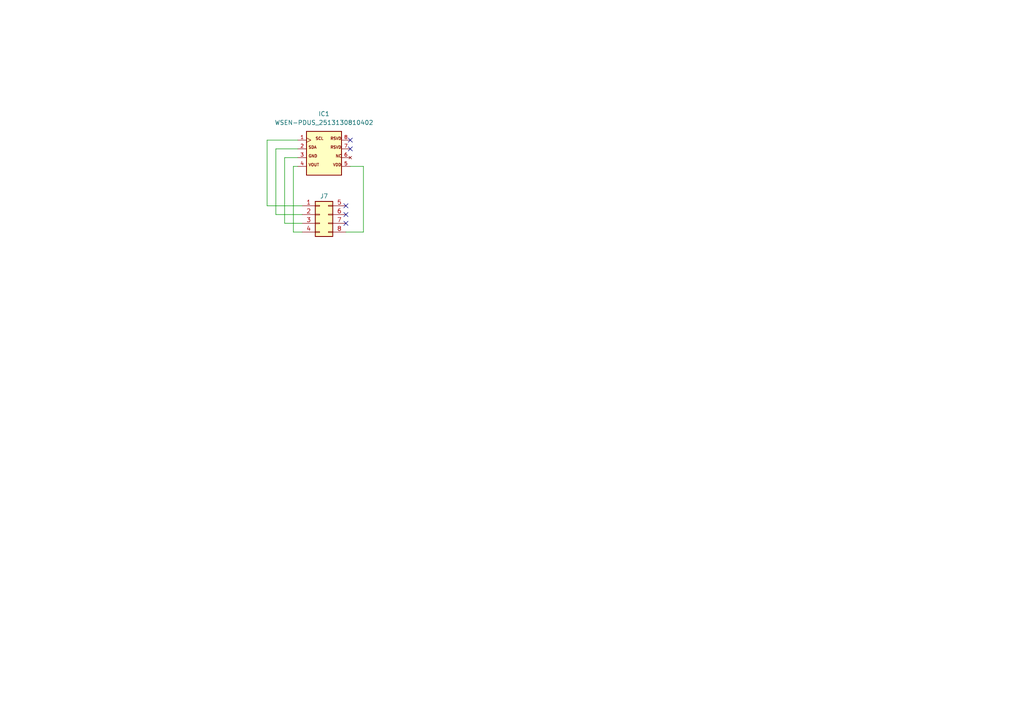
<source format=kicad_sch>
(kicad_sch (version 20250114) (generator "eeschema") (generator_version "9.0")
  (paper "A4")
  (lib_symbols
    (symbol "Connector_Generic:Conn_02x04_Top_Bottom" (pin_names (offset 1.016) (hide yes))
      (property "Reference" "J" (at 1.27 5.08 0))
      (property "Value" "Conn_02x04_Top_Bottom" (at 1.27 -7.62 0))
      (symbol "Conn_02x04_Top_Bottom_1_1"
        (rectangle (start -1.27 3.81) (end 3.81 -6.35) (stroke (width 0.254)) (fill (type background)))
        (rectangle (start -1.27 2.667) (end 0 2.413) (stroke (width 0.1524)))
        (rectangle (start -1.27 0.127) (end 0 -0.127) (stroke (width 0.1524)))
        (rectangle (start -1.27 -2.413) (end 0 -2.667) (stroke (width 0.1524)))
        (rectangle (start -1.27 -4.953) (end 0 -5.207) (stroke (width 0.1524)))
        (rectangle (start 3.81 2.667) (end 2.54 2.413) (stroke (width 0.1524)))
        (rectangle (start 3.81 0.127) (end 2.54 -0.127) (stroke (width 0.1524)))
        (rectangle (start 3.81 -2.413) (end 2.54 -2.667) (stroke (width 0.1524)))
        (rectangle (start 3.81 -4.953) (end 2.54 -5.207) (stroke (width 0.1524)))
        (pin passive line (at -5.08 2.54 0) (length 3.81) (name "Pin_1") (number "1"))
        (pin passive line (at -5.08 0 0) (length 3.81) (name "Pin_2") (number "2"))
        (pin passive line (at -5.08 -2.54 0) (length 3.81) (name "Pin_3") (number "3"))
        (pin passive line (at -5.08 -5.08 0) (length 3.81) (name "Pin_4") (number "4"))
        (pin passive line (at 7.62 2.54 180) (length 3.81) (name "Pin_5") (number "5"))
        (pin passive line (at 7.62 0 180) (length 3.81) (name "Pin_6") (number "6"))
        (pin passive line (at 7.62 -2.54 180) (length 3.81) (name "Pin_7") (number "7"))
        (pin passive line (at 7.62 -5.08 180) (length 3.81) (name "Pin_8") (number "8"))
      )
    )
    (symbol "fancyfins:WSEN-PDUS_2513130810402" (pin_names (offset 1.016))
      (property "Reference" "IC" (at -5.08 8.128 0))
      (property "Value" "WSEN-PDUS_2513130810402" (at -5.08 -7.62 0))
      (symbol "WSEN-PDUS_2513130810402_0_0"
        (rectangle (start -5.08 -5.08) (end 5.08 7.62) (stroke (width 0.254)) (fill (type background)))
        (text "SDA" (at -4.572 2.54 0) (effects (font (size 0.8128 0.8128)) (justify left bottom)))
        (text "GND" (at -4.572 0 0) (effects (font (size 0.8128 0.8128)) (justify left bottom)))
        (text "VOUT" (at -4.572 -2.54 0) (effects (font (size 0.8128 0.8128)) (justify left bottom)))
        (text "SCL" (at -2.54 5.08 0) (effects (font (size 0.8128 0.8128)) (justify left bottom)))
        (text "RSVD" (at 1.778 5.08 0) (effects (font (size 0.8128 0.8128)) (justify left bottom)))
        (text "RSVD" (at 1.778 2.54 0) (effects (font (size 0.8128 0.8128)) (justify left bottom)))
        (text "VDD" (at 2.54 -2.54 0) (effects (font (size 0.8128 0.8128)) (justify left bottom)))
        (text "NC" (at 3.302 0 0) (effects (font (size 0.8128 0.8128)) (justify left bottom)))
        (pin input clock (at -7.62 5.08 0) (length 2.54) (name "~") (number "1"))
        (pin bidirectional line (at -7.62 2.54 0) (length 2.54) (name "~") (number "2"))
        (pin power_in line (at -7.62 0 0) (length 2.54) (name "~") (number "3"))
        (pin output line (at -7.62 -2.54 0) (length 2.54) (name "~") (number "4"))
        (pin bidirectional line (at 7.62 5.08 180) (length 2.54) (name "~") (number "8"))
        (pin bidirectional line (at 7.62 2.54 180) (length 2.54) (name "~") (number "7"))
        (pin no_connect line (at 7.62 0 180) (length 2.54) (name "~") (number "6"))
        (pin power_in line (at 7.62 -2.54 180) (length 2.54) (name "~") (number "5"))
      )
    )
  )
  (no_connect (at 101.6 43.18))
  (no_connect (at 100.33 62.23))
  (no_connect (at 101.6 40.64))
  (no_connect (at 100.33 64.77))
  (no_connect (at 100.33 59.69))
  (wire (pts (xy 101.6 48.26) (xy 105.41 48.26)))
  (wire (pts (xy 86.36 43.18) (xy 80.01 43.18)))
  (wire (pts (xy 85.09 48.26) (xy 85.09 67.31)))
  (wire (pts (xy 86.36 48.26) (xy 85.09 48.26)))
  (wire (pts (xy 87.63 64.77) (xy 82.55 64.77)))
  (wire (pts (xy 77.47 59.69) (xy 87.63 59.69)))
  (wire (pts (xy 85.09 67.31) (xy 87.63 67.31)))
  (wire (pts (xy 80.01 43.18) (xy 80.01 62.23)))
  (wire (pts (xy 86.36 40.64) (xy 77.47 40.64)))
  (wire (pts (xy 80.01 62.23) (xy 87.63 62.23)))
  (wire (pts (xy 77.47 40.64) (xy 77.47 59.69)))
  (wire (pts (xy 100.33 67.31) (xy 105.41 67.31)))
  (wire (pts (xy 82.55 45.72) (xy 86.36 45.72)))
  (wire (pts (xy 105.41 48.26) (xy 105.41 67.31)))
  (wire (pts (xy 82.55 64.77) (xy 82.55 45.72)))
  (symbol (lib_id "Connector_Generic:Conn_02x04_Top_Bottom") (at 92.71 62.23 0) (unit 1)
    (property "Reference" "J7" (at 93.98 56.896 0))
    (property "Value" "Conn_02x04_Top_Bottom" (effects (hide yes)))
    (property "Footprint" "fancyfins:009159008801906" (effects (hide yes)))
    (property "Datasheet" "https://www.mouser.de/datasheet/2/40/9159_800-3513006.pdf" (effects (hide yes)))
    (property "Mouser-Nr.:" "581-009159008801906" (effects (hide yes)))
  )
  (symbol (lib_id "fancyfins:WSEN-PDUS_2513130810402") (at 93.98 45.72 0) (unit 1)
    (property "Reference" "IC1" (at 93.98 33.02 0))
    (property "Value" "WSEN-PDUS_2513130810402" (at 93.98 35.56 0))
    (property "Footprint" "fancyfins:WE-FP-PDUS-1V" (effects (hide yes)))
    (property "Datasheet" "https://www.we-online.com/components/products/datasheet/2513130810301.pdf" (effects (hide yes)))
    (property "NR" "2513130810301" (effects (hide yes)))
    (property "MANUFACTURER" "Würth Elektronik" (effects (hide yes)))
    (property "HEIGHT" "7,55mm" (effects (hide yes)))
  )
)
</source>
